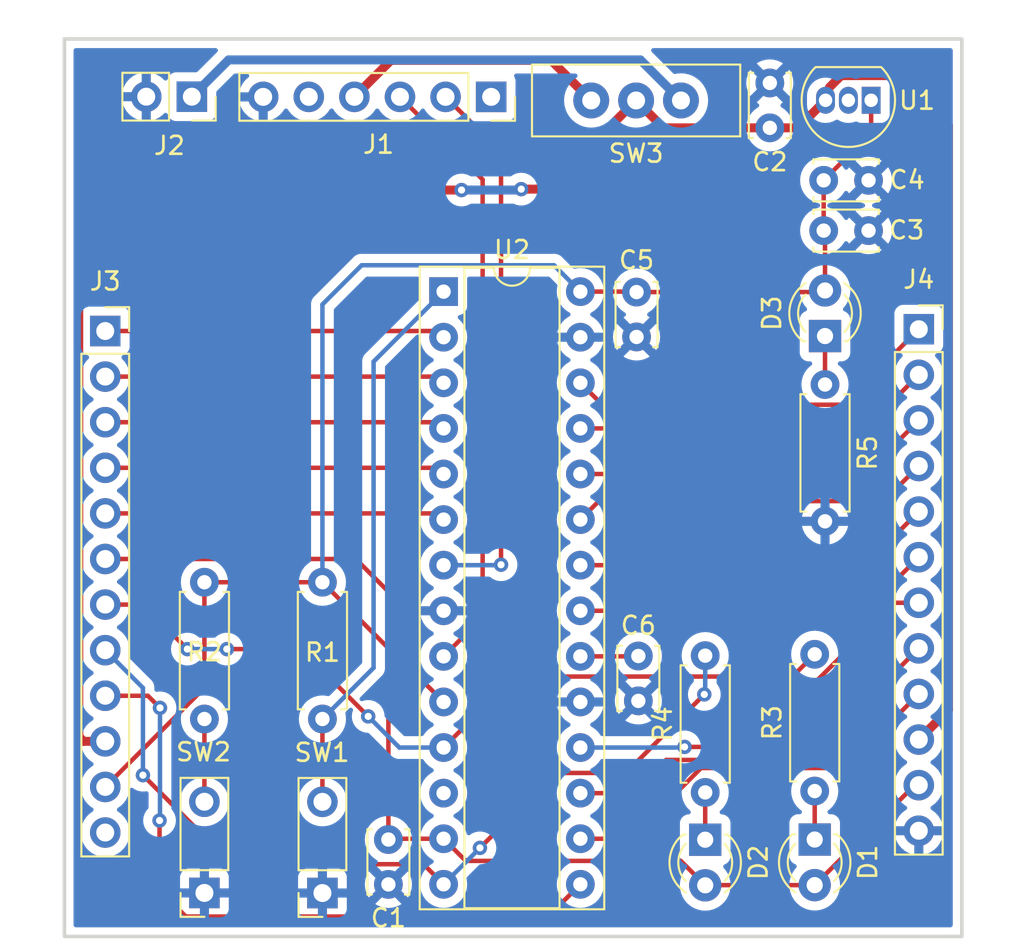
<source format=kicad_pcb>
(kicad_pcb (version 20211014) (generator pcbnew)
  (layers (0 "F.Cu" signal) (31 "B.Cu" signal) (34 "B.Paste" user) (35 "F.Paste" user) (36 "B.SilkS" user "B.Silkscreen") (37 "F.SilkS" user "F.Silkscreen") (38 "B.Mask" user) (39 "F.Mask" user) (44 "Edge.Cuts" user))
  (net 0 "")
  (net 1 "+3.3V")
  (net 2 "GND")
  (net 3 "Net-(C6-Pad1)")
  (net 4 "Net-(D1-Pad1)")
  (net 5 "Net-(D2-Pad1)")
  (net 6 "Net-(D3-Pad1)")
  (net 8 "U1TX")
  (net 9 "U1RX")
  (net 10 "+5V")
  (net 12 "Net-(J2-Pad1)")
  (net 13 "A0")
  (net 14 "A1")
  (net 15 "B0")
  (net 16 "B1")
  (net 17 "B2")
  (net 18 "A3")
  (net 19 "GREEN")
  (net 20 "YELLOW")
  (net 21 "B6")
  (net 22 "V_{IN}")
  (net 24 "B15")
  (net 25 "B14")
  (net 26 "B13")
  (net 27 "B12")
  (net 28 "B11")
  (net 29 "B10")
  (net 30 "B9")
  (net 31 "B8")
  (net 32 "B7")
  (net 33 "MCLR")
  (net 34 "USER")
  (footprint "ME_433:Resistor" (layer "F.Cu") (at 133.05 100.625 -90)
    (fp_text reference "R1" (at 3.91 0) (layer "F.SilkS"))
    (fp_text value "10k")
    (fp_line (start 7.08 -1.37) (end 7.08 -1.04) (layer "F.SilkS") (width 0.12))
    (fp_line (start 7.08 1.37) (end 7.08 1.04) (layer "F.SilkS") (width 0.12))
    (fp_line (start 0.54 1.04) (end 0.54 1.37) (layer "F.SilkS") (width 0.12))
    (fp_line (start 0.54 -1.04) (end 0.54 -1.37) (layer "F.SilkS") (width 0.12))
    (fp_line (start 0.54 1.37) (end 7.08 1.37) (layer "F.SilkS") (width 0.12))
    (fp_line (start 0.54 -1.37) (end 7.08 -1.37) (layer "F.SilkS") (width 0.12))
    (pad "1" thru_hole circle (at 0 0 270) (size 1.6 1.6) (drill 0.8) (layers *.Cu *.Mask) (net 1 "+3.3V"))
    (pad "2" thru_hole oval (at 7.62 0 270) (size 1.6 1.6) (drill 0.8) (layers *.Cu *.Mask) (net 33 "MCLR"))
  )
  (footprint "ME_433:Switch" (layer "F.Cu") (at 150.525 73.785)
    (fp_text reference "SW3" (at 0 2.95 unlocked) (layer "F.SilkS"))
    (fp_text value "Slide Switch")
    (fp_line (start 5.8 -2) (end 5.8 2) (layer "F.SilkS") (width 0.12))
    (fp_line (start -5.8 2) (end -5.8 -2) (layer "F.SilkS") (width 0.12))
    (fp_line (start -5.8 -2) (end 5.8 -2) (layer "F.SilkS") (width 0.12))
    (fp_line (start 5.8 2) (end -5.8 2) (layer "F.SilkS") (width 0.12))
    (pad "1" thru_hole circle (at -2.5 0) (size 2 2) (drill 1) (layers *.Cu *.Mask) (net 10 "+5V"))
    (pad "2" thru_hole circle (at 0 0) (size 2 2) (drill 1) (layers *.Cu *.Mask) (net 22 "V_{IN}"))
    (pad "3" thru_hole circle (at 2.5 0) (size 2 2) (drill 1) (layers *.Cu *.Mask) (net 12 "Net-(J2-Pad1)"))
  )
  (footprint "ME_433:Button" (layer "F.Cu") (at 133.05 117.94 180)
    (fp_text reference "SW1" (at 0.025 7.825) (layer "F.SilkS"))
    (fp_text value "Button")
    (fp_line (start 1.33 -1.33) (end 1.33 0) (layer "F.SilkS") (width 0.12))
    (fp_line (start -1.33 1.27) (end 1.33 1.27) (layer "F.SilkS") (width 0.12))
    (fp_line (start 0 -1.33) (end 1.33 -1.33) (layer "F.SilkS") (width 0.12))
    (fp_line (start 1.33 1.27) (end 1.33 6.41) (layer "F.SilkS") (width 0.12))
    (fp_line (start -1.33 1.27) (end -1.33 6.41) (layer "F.SilkS") (width 0.12))
    (fp_line (start -1.33 6.41) (end 1.33 6.41) (layer "F.SilkS") (width 0.12))
    (pad "1" thru_hole rect (at 0 0 180) (size 1.7 1.7) (drill 1) (layers *.Cu *.Mask) (net 2 "GND"))
    (pad "2" thru_hole oval (at 0 5.08 180) (size 1.7 1.7) (drill 1) (layers *.Cu *.Mask) (net 33 "MCLR"))
  )
  (footprint "ME_433:Resistor" (layer "F.Cu") (at 161.05 89.61 -90)
    (fp_text reference "R5" (at 3.81 -2.37 90) (layer "F.SilkS"))
    (fp_text value "330R")
    (fp_line (start 0.54 1.37) (end 7.08 1.37) (layer "F.SilkS") (width 0.12))
    (fp_line (start 0.54 -1.37) (end 7.08 -1.37) (layer "F.SilkS") (width 0.12))
    (fp_line (start 0.54 1.04) (end 0.54 1.37) (layer "F.SilkS") (width 0.12))
    (fp_line (start 7.08 1.37) (end 7.08 1.04) (layer "F.SilkS") (width 0.12))
    (fp_line (start 0.54 -1.04) (end 0.54 -1.37) (layer "F.SilkS") (width 0.12))
    (fp_line (start 7.08 -1.37) (end 7.08 -1.04) (layer "F.SilkS") (width 0.12))
    (pad "1" thru_hole circle (at 0 0 270) (size 1.6 1.6) (drill 0.8) (layers *.Cu *.Mask) (net 6 "Net-(D3-Pad1)"))
    (pad "2" thru_hole oval (at 7.62 0 270) (size 1.6 1.6) (drill 0.8) (layers *.Cu *.Mask) (net 2 "GND"))
  )
  (footprint "ME_433:Resistor" (layer "F.Cu") (at 126.475 100.625 -90)
    (fp_text reference "R2" (at 3.885 0 180) (layer "F.SilkS"))
    (fp_text value "10k")
    (fp_line (start 0.54 1.04) (end 0.54 1.37) (layer "F.SilkS") (width 0.12))
    (fp_line (start 7.08 -1.37) (end 7.08 -1.04) (layer "F.SilkS") (width 0.12))
    (fp_line (start 0.54 -1.04) (end 0.54 -1.37) (layer "F.SilkS") (width 0.12))
    (fp_line (start 0.54 -1.37) (end 7.08 -1.37) (layer "F.SilkS") (width 0.12))
    (fp_line (start 0.54 1.37) (end 7.08 1.37) (layer "F.SilkS") (width 0.12))
    (fp_line (start 7.08 1.37) (end 7.08 1.04) (layer "F.SilkS") (width 0.12))
    (pad "1" thru_hole circle (at 0 0 270) (size 1.6 1.6) (drill 0.8) (layers *.Cu *.Mask) (net 1 "+3.3V"))
    (pad "2" thru_hole oval (at 7.62 0 270) (size 1.6 1.6) (drill 0.8) (layers *.Cu *.Mask) (net 34 "USER"))
  )
  (footprint "ME_433:Side Header" (layer "F.Cu") (at 120.95 86.63)
    (fp_text reference "J3" (at 0 -2.77) (layer "F.SilkS"))
    (fp_text value "Header, 12 Pin")
    (fp_line (start -1.33 29.27) (end 1.33 29.27) (layer "F.SilkS") (width 0.12))
    (fp_line (start -1.33 1.27) (end -1.33 29.27) (layer "F.SilkS") (width 0.12))
    (fp_line (start 1.33 -1.33) (end 1.33 0) (layer "F.SilkS") (width 0.12))
    (fp_line (start 0 -1.33) (end 1.33 -1.33) (layer "F.SilkS") (width 0.12))
    (fp_line (start -1.33 1.27) (end 1.33 1.27) (layer "F.SilkS") (width 0.12))
    (fp_line (start 1.33 1.27) (end 1.33 29.27) (layer "F.SilkS") (width 0.12))
    (pad "1" thru_hole rect (at 0 0) (size 1.7 1.7) (drill 1) (layers *.Cu *.Mask) (net 13 "A0"))
    (pad "2" thru_hole oval (at 0 2.54) (size 1.7 1.7) (drill 1) (layers *.Cu *.Mask) (net 14 "A1"))
    (pad "3" thru_hole oval (at 0 5.08) (size 1.7 1.7) (drill 1) (layers *.Cu *.Mask) (net 15 "B0"))
    (pad "4" thru_hole oval (at 0 7.62) (size 1.7 1.7) (drill 1) (layers *.Cu *.Mask) (net 16 "B1"))
    (pad "5" thru_hole oval (at 0 10.16) (size 1.7 1.7) (drill 1) (layers *.Cu *.Mask) (net 17 "B2"))
    (pad "6" thru_hole oval (at 0 12.7) (size 1.7 1.7) (drill 1) (layers *.Cu *.Mask) (net 18 "A3"))
    (pad "7" thru_hole oval (at 0 15.24) (size 1.7 1.7) (drill 1) (layers *.Cu *.Mask) (net 19 "GREEN"))
    (pad "8" thru_hole oval (at 0 17.78) (size 1.7 1.7) (drill 1) (layers *.Cu *.Mask) (net 20 "YELLOW"))
    (pad "9" thru_hole oval (at 0 20.32) (size 1.7 1.7) (drill 1) (layers *.Cu *.Mask) (net 21 "B6"))
    (pad "10" thru_hole oval (at 0 22.86) (size 1.7 1.7) (drill 1) (layers *.Cu *.Mask) (net 22 "V_{IN}"))
    (pad "11" thru_hole oval (at 0 25.4) (size 1.7 1.7) (drill 1) (layers *.Cu *.Mask) (net 1 "+3.3V"))
    (pad "12" thru_hole oval (at 0 27.94) (size 1.7 1.7) (drill 1) (layers *.Cu *.Mask))
  )
  (footprint "ME_433:LED" (layer "F.Cu") (at 160.475 114.96 -90)
    (fp_text reference "D1" (at 1.27 -2.96 90) (layer "F.SilkS"))
    (fp_text value "LED Green")
    (fp_line (start -0.29 1.08) (end -0.29 1.236) (layer "F.SilkS") (width 0.12))
    (fp_line (start -0.29 -1.236) (end -0.29 -1.08) (layer "F.SilkS") (width 0.12))
    (fp_arc (start 2.31113 1.079837) (mid 1.270117 1.5) (end 0.229039 1.08) (layer "F.SilkS") (width 0.12))
    (fp_arc (start 2.942335 1.078608) (mid 1.366487 1.987659) (end -0.29 1.235516) (layer "F.SilkS") (width 0.12))
    (fp_arc (start 0.229039 -1.08) (mid 1.270117 -1.5) (end 2.31113 -1.079837) (layer "F.SilkS") (width 0.12))
    (fp_arc (start -0.29 -1.235516) (mid 1.366487 -1.987659) (end 2.942335 -1.078608) (layer "F.SilkS") (width 0.12))
    (pad "1" thru_hole rect (at 0 0 270) (size 1.8 1.8) (drill 0.9) (layers *.Cu *.Mask) (net 4 "Net-(D1-Pad1)"))
    (pad "2" thru_hole circle (at 2.54 0 270) (size 1.8 1.8) (drill 0.9) (layers *.Cu *.Mask) (net 1 "+3.3V"))
  )
  (footprint "ME_433:Button" (layer "F.Cu") (at 126.475 117.935 180)
    (fp_text reference "SW2" (at 0.05 7.85) (layer "F.SilkS"))
    (fp_text value "Button")
    (fp_line (start -1.33 6.41) (end 1.33 6.41) (layer "F.SilkS") (width 0.12))
    (fp_line (start 1.33 -1.33) (end 1.33 0) (layer "F.SilkS") (width 0.12))
    (fp_line (start -1.33 1.27) (end 1.33 1.27) (layer "F.SilkS") (width 0.12))
    (fp_line (start -1.33 1.27) (end -1.33 6.41) (layer "F.SilkS") (width 0.12))
    (fp_line (start 0 -1.33) (end 1.33 -1.33) (layer "F.SilkS") (width 0.12))
    (fp_line (start 1.33 1.27) (end 1.33 6.41) (layer "F.SilkS") (width 0.12))
    (pad "1" thru_hole rect (at 0 0 180) (size 1.7 1.7) (drill 1) (layers *.Cu *.Mask) (net 2 "GND"))
    (pad "2" thru_hole oval (at 0 5.08 180) (size 1.7 1.7) (drill 1) (layers *.Cu *.Mask) (net 34 "USER"))
  )
  (footprint "ME_433:Battery Connector" (layer "F.Cu") (at 125.775 73.575 -90)
    (fp_text reference "J2" (at 2.725 1.25) (layer "F.SilkS"))
    (fp_text value "Header, 2 Pin")
    (fp_line (start -1.33 1.27) (end 1.33 1.27) (layer "F.SilkS") (width 0.12))
    (fp_line (start 1.33 -1.33) (end 1.33 0) (layer "F.SilkS") (width 0.12))
    (fp_line (start -1.33 3.87) (end 1.33 3.87) (layer "F.SilkS") (width 0.12))
    (fp_line (start 0 -1.33) (end 1.33 -1.33) (layer "F.SilkS") (width 0.12))
    (fp_line (start -1.33 1.27) (end -1.33 3.87) (layer "F.SilkS") (width 0.12))
    (fp_line (start 1.33 1.27) (end 1.33 3.87) (layer "F.SilkS") (width 0.12))
    (pad "1" thru_hole rect (at 0 0 270) (size 1.7 1.7) (drill 1) (layers *.Cu *.Mask) (net 12 "Net-(J2-Pad1)"))
    (pad "2" thru_hole oval (at 0 2.54 270) (size 1.7 1.7) (drill 1) (layers *.Cu *.Mask) (net 2 "GND"))
  )
  (footprint "ME_433:Capacitor" (layer "F.Cu") (at 150.55 84.46 -90)
    (fp_text reference "C5" (at -1.775 0 180) (layer "F.SilkS"))
    (fp_text value "0.1uF")
    (fp_line (start -0.57 -1.17) (end -0.57 -0.925) (layer "F.SilkS") (width 0.12))
    (fp_line (start 3.07 -1.17) (end 3.07 -0.925) (layer "F.SilkS") (width 0.12))
    (fp_line (start -0.57 1.17) (end 3.07 1.17) (layer "F.SilkS") (width 0.12))
    (fp_line (start -0.57 -1.17) (end 3.07 -1.17) (layer "F.SilkS") (width 0.12))
    (fp_line (start -0.57 0.925) (end -0.57 1.17) (layer "F.SilkS") (width 0.12))
    (fp_line (start 3.07 0.925) (end 3.07 1.17) (layer "F.SilkS") (width 0.12))
    (pad "1" thru_hole circle (at 0 0 270) (size 1.6 1.6) (drill 0.8) (layers *.Cu *.Mask) (net 1 "+3.3V"))
    (pad "2" thru_hole circle (at 2.5 0 270) (size 1.6 1.6) (drill 0.8) (layers *.Cu *.Mask) (net 2 "GND"))
  )
  (footprint "ME_433:Resistor" (layer "F.Cu") (at 154.375 112.335 90)
    (fp_text reference "R4" (at 3.81 -2.37 90) (layer "F.SilkS"))
    (fp_text value "330R")
    (fp_line (start 0.54 -1.04) (end 0.54 -1.37) (layer "F.SilkS") (width 0.12))
    (fp_line (start 7.08 -1.37) (end 7.08 -1.04) (layer "F.SilkS") (width 0.12))
    (fp_line (start 0.54 1.37) (end 7.08 1.37) (layer "F.SilkS") (width 0.12))
    (fp_line (start 7.08 1.37) (end 7.08 1.04) (layer "F.SilkS") (width 0.12))
    (fp_line (start 0.54 1.04) (end 0.54 1.37) (layer "F.SilkS") (width 0.12))
    (fp_line (start 0.54 -1.37) (end 7.08 -1.37) (layer "F.SilkS") (width 0.12))
    (pad "1" thru_hole circle (at 0 0 90) (size 1.6 1.6) (drill 0.8) (layers *.Cu *.Mask) (net 5 "Net-(D2-Pad1)"))
    (pad "2" thru_hole oval (at 7.62 0 90) (size 1.6 1.6) (drill 0.8) (layers *.Cu *.Mask) (net 20 "YELLOW"))
  )
  (footprint "ME_433:AP7381" (layer "F.Cu") (at 163.62 73.775 180)
    (fp_text reference "U1" (at -2.555 -0.01) (layer "F.SilkS"))
    (fp_text value "AP7381")
    (fp_line (start -0.53 1.85) (end 3.07 1.85) (layer "F.SilkS") (width 0.12))
    (fp_arc (start -0.568478 1.838478) (mid -1.132087 -0.994977) (end 1.27 -2.6) (layer "F.SilkS") (width 0.12))
    (fp_arc (start 1.27 -2.6) (mid 3.672087 -0.994977) (end 3.108478 1.838478) (layer "F.SilkS") (width 0.12))
    (pad "1" thru_hole rect (at 0 0 180) (size 1.05 1.5) (drill 0.75) (layers *.Cu *.Mask) (net 1 "+3.3V"))
    (pad "2" thru_hole oval (at 1.27 0 180) (size 1.05 1.5) (drill 0.75) (layers *.Cu *.Mask))
    (pad "3" thru_hole oval (at 2.54 0 180) (size 1.05 1.5) (drill 0.75) (layers *.Cu *.Mask) (net 22 "V_{IN}"))
  )
  (footprint "ME_433:Capacitor" (layer "F.Cu") (at 157.975 75.31 90)
    (fp_text reference "C2" (at -1.9 0 180) (layer "F.SilkS"))
    (fp_text value "1uF")
    (fp_line (start -0.57 -1.17) (end -0.57 -0.925) (layer "F.SilkS") (width 0.12))
    (fp_line (start -0.57 1.17) (end 3.07 1.17) (layer "F.SilkS") (width 0.12))
    (fp_line (start 3.07 -1.17) (end 3.07 -0.925) (layer "F.SilkS") (width 0.12))
    (fp_line (start -0.57 0.925) (end -0.57 1.17) (layer "F.SilkS") (width 0.12))
    (fp_line (start 3.07 0.925) (end 3.07 1.17) (layer "F.SilkS") (width 0.12))
    (fp_line (start -0.57 -1.17) (end 3.07 -1.17) (layer "F.SilkS") (width 0.12))
    (pad "1" thru_hole circle (at 0 0 90) (size 1.6 1.6) (drill 0.8) (layers *.Cu *.Mask) (net 22 "V_{IN}"))
    (pad "2" thru_hole circle (at 2.5 0 90) (size 1.6 1.6) (drill 0.8) (layers *.Cu *.Mask) (net 2 "GND"))
  )
  (footprint "ME_433:Capacitor" (layer "F.Cu") (at 150.65 104.735 -90)
    (fp_text reference "C6" (at -1.7 0 180) (layer "F.SilkS"))
    (fp_text value "1uF")
    (fp_line (start -0.57 1.17) (end 3.07 1.17) (layer "F.SilkS") (width 0.12))
    (fp_line (start -0.57 -1.17) (end -0.57 -0.925) (layer "F.SilkS") (width 0.12))
    (fp_line (start 3.07 -1.17) (end 3.07 -0.925) (layer "F.SilkS") (width 0.12))
    (fp_line (start 3.07 0.925) (end 3.07 1.17) (layer "F.SilkS") (width 0.12))
    (fp_line (start -0.57 0.925) (end -0.57 1.17) (layer "F.SilkS") (width 0.12))
    (fp_line (start -0.57 -1.17) (end 3.07 -1.17) (layer "F.SilkS") (width 0.12))
    (pad "1" thru_hole circle (at 0 0 270) (size 1.6 1.6) (drill 0.8) (layers *.Cu *.Mask) (net 3 "Net-(C6-Pad1)"))
    (pad "2" thru_hole circle (at 2.5 0 270) (size 1.6 1.6) (drill 0.8) (layers *.Cu *.Mask) (net 2 "GND"))
  )
  (footprint "ME_433:PIC Socket" (layer "F.Cu") (at 139.8 84.435)
    (fp_text reference "U2" (at 3.81 -2.33) (layer "F.SilkS"))
    (fp_text value "PIC32MX170F256B")
    (fp_line (start -1.33 34.41) (end 8.95 34.41) (layer "F.SilkS") (width 0.12))
    (fp_line (start -1.33 -1.39) (end -1.33 34.41) (layer "F.SilkS") (width 0.12))
    (fp_line (start 1.16 34.35) (end 6.46 34.35) (layer "F.SilkS") (width 0.12))
    (fp_line (start 8.95 34.41) (end 8.95 -1.39) (layer "F.SilkS") (width 0.12))
    (fp_line (start 8.95 -1.39) (end -1.33 -1.39) (layer "F.SilkS") (width 0.12))
    (fp_line (start 1.16 -1.33) (end 1.16 34.35) (layer "F.SilkS") (width 0.12))
    (fp_line (start 6.46 -1.33) (end 4.81 -1.33) (layer "F.SilkS") (width 0.12))
    (fp_line (start 2.81 -1.33) (end 1.16 -1.33) (layer "F.SilkS") (width 0.12))
    (fp_line (start 6.46 34.35) (end 6.46 -1.33) (layer "F.SilkS") (width 0.12))
    (fp_arc (start 4.81 -1.33) (mid 3.81 -0.33) (end 2.81 -1.33) (layer "F.SilkS") (width 0.12))
    (pad "1" thru_hole rect (at 0 0) (size 1.6 1.6) (drill 0.8) (layers *.Cu *.Mask) (net 33 "MCLR"))
    (pad "2" thru_hole oval (at 0 2.54) (size 1.6 1.6) (drill 0.8) (layers *.Cu *.Mask) (net 13 "A0"))
    (pad "3" thru_hole oval (at 0 5.08) (size 1.6 1.6) (drill 0.8) (layers *.Cu *.Mask) (net 14 "A1"))
    (pad "4" thru_hole oval (at 0 7.62) (size 1.6 1.6) (drill 0.8) (layers *.Cu *.Mask) (net 15 "B0"))
    (pad "5" thru_hole oval (at 0 10.16) (size 1.6 1.6) (drill 0.8) (layers *.Cu *.Mask) (net 16 "B1"))
    (pad "6" thru_hole oval (at 0 12.7) (size 1.6 1.6) (drill 0.8) (layers *.Cu *.Mask) (net 17 "B2"))
    (pad "7" thru_hole oval (at 0 15.24) (size 1.6 1.6) (drill 0.8) (layers *.Cu *.Mask) (net 8 "U1TX"))
    (pad "8" thru_hole oval (at 0 17.78) (size 1.6 1.6) (drill 0.8) (layers *.Cu *.Mask) (net 2 "GND"))
    (pad "9" thru_hole oval (at 0 20.32) (size 1.6 1.6) (drill 0.8) (layers *.Cu *.Mask) (net 9 "U1RX"))
    (pad "10" thru_hole oval (at 0 22.86) (size 1.6 1.6) (drill 0.8) (layers *.Cu *.Mask) (net 18 "A3"))
    (pad "11" thru_hole oval (at 0 25.4) (size 1.6 1.6) (drill 0.8) (layers *.Cu *.Mask) (net 19 "GREEN"))
    (pad "12" thru_hole oval (at 0 27.94) (size 1.6 1.6) (drill 0.8) (layers *.Cu *.Mask))
    (pad "13" thru_hole oval (at 0 30.48) (size 1.6 1.6) (drill 0.8) (layers *.Cu *.Mask) (net 1 "+3.3V"))
    (pad "14" thru_hole oval (at 0 33.02) (size 1.6 1.6) (drill 0.8) (layers *.Cu *.Mask) (net 20 "YELLOW"))
    (pad "15" thru_hole oval (at 7.62 33.02) (size 1.6 1.6) (drill 0.8) (layers *.Cu *.Mask) (net 21 "B6"))
    (pad "16" thru_hole oval (at 7.62 30.48) (size 1.6 1.6) (drill 0.8) (layers *.Cu *.Mask) (net 32 "B7"))
    (pad "17" thru_hole oval (at 7.62 27.94) (size 1.6 1.6) (drill 0.8) (layers *.Cu *.Mask) (net 31 "B8"))
    (pad "18" thru_hole oval (at 7.62 25.4) (size 1.6 1.6) (drill 0.8) (layers *.Cu *.Mask) (net 30 "B9"))
    (pad "19" thru_hole oval (at 7.62 22.86) (size 1.6 1.6) (drill 0.8) (layers *.Cu *.Mask) (net 2 "GND"))
    (pad "20" thru_hole oval (at 7.62 20.32) (size 1.6 1.6) (drill 0.8) (layers *.Cu *.Mask) (net 3 "Net-(C6-Pad1)"))
    (pad "21" thru_hole oval (at 7.62 17.78) (size 1.6 1.6) (drill 0.8) (layers *.Cu *.Mask) (net 29 "B10"))
    (pad "22" thru_hole oval (at 7.62 15.24) (size 1.6 1.6) (drill 0.8) (layers *.Cu *.Mask) (net 28 "B11"))
    (pad "23" thru_hole oval (at 7.62 12.7) (size 1.6 1.6) (drill 0.8) (layers *.Cu *.Mask) (net 27 "B12"))
    (pad "24" thru_hole oval (at 7.62 10.16) (size 1.6 1.6) (drill 0.8) (layers *.Cu *.Mask) (net 26 "B13"))
    (pad "25" thru_hole oval (at 7.62 7.62) (size 1.6 1.6) (drill 0.8) (layers *.Cu *.Mask) (net 25 "B14"))
    (pad "26" thru_hole oval (at 7.62 5.08) (size 1.6 1.6) (drill 0.8) (layers *.Cu *.Mask) (net 24 "B15"))
    (pad "27" thru_hole oval (at 7.62 2.54) (size 1.6 1.6) (drill 0.8) (layers *.Cu *.Mask) (net 2 "GND"))
    (pad "28" thru_hole oval (at 7.62 0) (size 1.6 1.6) (drill 0.8) (layers *.Cu *.Mask) (net 1 "+3.3V"))
  )
  (footprint "ME_433:Capacitor" (layer "F.Cu") (at 160.975 78.235)
    (fp_text reference "C4" (at 4.65 -0.025) (layer "F.SilkS"))
    (fp_text value "1uF")
    (fp_line (start -0.57 -1.17) (end 3.07 -1.17) (layer "F.SilkS") (width 0.12))
    (fp_line (start -0.57 1.17) (end 3.07 1.17) (layer "F.SilkS") (width 0.12))
    (fp_line (start 3.07 -1.17) (end 3.07 -0.925) (layer "F.SilkS") (width 0.12))
    (fp_line (start 3.07 0.925) (end 3.07 1.17) (layer "F.SilkS") (width 0.12))
    (fp_line (start -0.57 0.925) (end -0.57 1.17) (layer "F.SilkS") (width 0.12))
    (fp_line (start -0.57 -1.17) (end -0.57 -0.925) (layer "F.SilkS") (width 0.12))
    (pad "1" thru_hole circle (at 0 0) (size 1.6 1.6) (drill 0.8) (layers *.Cu *.Mask) (net 1 "+3.3V"))
    (pad "2" thru_hole circle (at 2.5 0) (size 1.6 1.6) (drill 0.8) (layers *.Cu *.Mask) (net 2 "GND"))
  )
  (footprint "ME_433:CP2102 Header" (layer "F.Cu") (at 142.45 73.585 -90)
    (fp_text reference "J1" (at 2.65 6.275 180) (layer "F.SilkS"))
    (fp_text value "Header, 6 Pin")
    (fp_line (start -1.33 1.27) (end 1.33 1.27) (layer "F.SilkS") (width 0.12))
    (fp_line (start 0 -1.33) (end 1.33 -1.33) (layer "F.SilkS") (width 0.12))
    (fp_line (start 1.33 -1.33) (end 1.33 0) (layer "F.SilkS") (width 0.12))
    (fp_line (start -1.33 1.27) (end -1.33 14.03) (layer "F.SilkS") (width 0.12))
    (fp_line (start 1.33 1.27) (end 1.33 14.03) (layer "F.SilkS") (width 0.12))
    (fp_line (start -1.33 14.03) (end 1.33 14.03) (layer "F.SilkS") (width 0.12))
    (pad "1" thru_hole rect (at 0 0 270) (size 1.7 1.7) (drill 1) (layers *.Cu *.Mask))
    (pad "2" thru_hole oval (at 0 2.54 270) (size 1.7 1.7) (drill 1) (layers *.Cu *.Mask) (net 8 "U1TX"))
    (pad "3" thru_hole oval (at 0 5.08 270) (size 1.7 1.7) (drill 1) (layers *.Cu *.Mask) (net 9 "U1RX"))
    (pad "4" thru_hole oval (at 0 7.62 270) (size 1.7 1.7) (drill 1) (layers *.Cu *.Mask) (net 10 "+5V"))
    (pad "5" thru_hole oval (at 0 10.16 270) (size 1.7 1.7) (drill 1) (layers *.Cu *.Mask))
    (pad "6" thru_hole oval (at 0 12.7 270) (size 1.7 1.7) (drill 1) (layers *.Cu *.Mask) (net 2 "GND"))
  )
  (footprint "ME_433:Resistor" (layer "F.Cu") (at 160.475 112.26 90)
    (fp_text reference "R3" (at 3.81 -2.37 90) (layer "F.SilkS"))
    (fp_text value "330R")
    (fp_line (start 7.08 1.37) (end 7.08 1.04) (layer "F.SilkS") (width 0.12))
    (fp_line (start 0.54 1.04) (end 0.54 1.37) (layer "F.SilkS") (width 0.12))
    (fp_line (start 0.54 -1.37) (end 7.08 -1.37) (layer "F.SilkS") (width 0.12))
    (fp_line (start 7.08 -1.37) (end 7.08 -1.04) (layer "F.SilkS") (width 0.12))
    (fp_line (start 0.54 1.37) (end 7.08 1.37) (layer "F.SilkS") (width 0.12))
    (fp_line (start 0.54 -1.04) (end 0.54 -1.37) (layer "F.SilkS") (width 0.12))
    (pad "1" thru_hole circle (at 0 0 90) (size 1.6 1.6) (drill 0.8) (layers *.Cu *.Mask) (net 4 "Net-(D1-Pad1)"))
    (pad "2" thru_hole oval (at 7.62 0 90) (size 1.6 1.6) (drill 0.8) (layers *.Cu *.Mask) (net 19 "GREEN"))
  )
  (footprint "ME_433:Capacitor" (layer "F.Cu") (at 160.975 81.035)
    (fp_text reference "C3" (at 4.625 -0.025 180) (layer "F.SilkS"))
    (fp_text value "1uF")
    (fp_line (start 3.07 0.925) (end 3.07 1.17) (layer "F.SilkS") (width 0.12))
    (fp_line (start -0.57 -1.17) (end 3.07 -1.17) (layer "F.SilkS") (width 0.12))
    (fp_line (start -0.57 1.17) (end 3.07 1.17) (layer "F.SilkS") (width 0.12))
    (fp_line (start 3.07 -1.17) (end 3.07 -0.925) (layer "F.SilkS") (width 0.12))
    (fp_line (start -0.57 -1.17) (end -0.57 -0.925) (layer "F.SilkS") (width 0.12))
    (fp_line (start -0.57 0.925) (end -0.57 1.17) (layer "F.SilkS") (width 0.12))
    (pad "1" thru_hole circle (at 0 0) (size 1.6 1.6) (drill 0.8) (layers *.Cu *.Mask) (net 1 "+3.3V"))
    (pad "2" thru_hole circle (at 2.5 0) (size 1.6 1.6) (drill 0.8) (layers *.Cu *.Mask) (net 2 "GND"))
  )
  (footprint "ME_433:LED" (layer "F.Cu") (at 154.375 114.97 -90)
    (fp_text reference "D2" (at 1.27 -2.96 90) (layer "F.SilkS"))
    (fp_text value "LED Yellow")
    (fp_line (start -0.29 1.08) (end -0.29 1.236) (layer "F.SilkS") (width 0.12))
    (fp_line (start -0.29 -1.236) (end -0.29 -1.08) (layer "F.SilkS") (width 0.12))
    (fp_arc (start 0.229039 -1.08) (mid 1.270117 -1.5) (end 2.31113 -1.079837) (layer "F.SilkS") (width 0.12))
    (fp_arc (start 2.31113 1.079837) (mid 1.270117 1.5) (end 0.229039 1.08) (layer "F.SilkS") (width 0.12))
    (fp_arc (start -0.29 -1.235516) (mid 1.366487 -1.987659) (end 2.942335 -1.078608) (layer "F.SilkS") (width 0.12))
    (fp_arc (start 2.942335 1.078608) (mid 1.366487 1.987659) (end -0.29 1.235516) (layer "F.SilkS") (width 0.12))
    (pad "1" thru_hole rect (at 0 0 270) (size 1.8 1.8) (drill 0.9) (layers *.Cu *.Mask) (net 5 "Net-(D2-Pad1)"))
    (pad "2" thru_hole circle (at 2.54 0 270) (size 1.8 1.8) (drill 0.9) (layers *.Cu *.Mask) (net 1 "+3.3V"))
  )
  (footprint "ME_433:LED" (layer "F.Cu") (at 161.05 86.91 90)
    (fp_text reference "D3" (at 1.27 -2.96 90) (layer "F.SilkS"))
    (fp_text value "LED Red")
    (fp_line (start -0.29 1.08) (end -0.29 1.236) (layer "F.SilkS") (width 0.12))
    (fp_line (start -0.29 -1.236) (end -0.29 -1.08) (layer "F.SilkS") (width 0.12))
    (fp_arc (start 2.31113 1.079837) (mid 1.270117 1.5) (end 0.229039 1.08) (layer "F.SilkS") (width 0.12))
    (fp_arc (start -0.29 -1.235516) (mid 1.366487 -1.987659) (end 2.942335 -1.078608) (layer "F.SilkS") (width 0.12))
    (fp_arc (start 2.942335 1.078608) (mid 1.366487 1.987659) (end -0.29 1.235516) (layer "F.SilkS") (width 0.12))
    (fp_arc (start 0.229039 -1.08) (mid 1.270117 -1.5) (end 2.31113 -1.079837) (layer "F.SilkS") (width 0.12))
    (pad "1" thru_hole rect (at 0 0 90) (size 1.8 1.8) (drill 0.9) (layers *.Cu *.Mask) (net 6 "Net-(D3-Pad1)"))
    (pad "2" thru_hole circle (at 2.54 0 90) (size 1.8 1.8) (drill 0.9) (layers *.Cu *.Mask) (net 1 "+3.3V"))
  )
  (footprint "ME_433:Capacitor" (layer "F.Cu") (at 136.725 114.96 -90)
    (fp_text reference "C1" (at 4.375 0 180) (layer "F.SilkS"))
    (fp_text value "0.1uF")
    (fp_line (start -0.57 -1.17) (end 3.07 -1.17) (layer "F.SilkS") (width 0.12))
    (fp_line (start -0.57 0.925) (end -0.57 1.17) (layer "F.SilkS") (width 0.12))
    (fp_line (start 3.07 0.925) (end 3.07 1.17) (layer "F.SilkS") (width 0.12))
    (fp_line (start -0.57 -1.17) (end -0.57 -0.925) (layer "F.SilkS") (width 0.12))
    (fp_line (start 3.07 -1.17) (end 3.07 -0.925) (layer "F.SilkS") (width 0.12))
    (fp_line (start -0.57 1.17) (end 3.07 1.17) (layer "F.SilkS") (width 0.12))
    (pad "1" thru_hole circle (at 0 0 270) (size 1.6 1.6) (drill 0.8) (layers *.Cu *.Mask) (net 1 "+3.3V"))
    (pad "2" thru_hole circle (at 2.5 0 270) (size 1.6 1.6) (drill 0.8) (layers *.Cu *.Mask) (net 2 "GND"))
  )
  (footprint "ME_433:Side Header" (layer "F.Cu") (at 166.275 86.53)
    (fp_text reference "J4" (at 0 -2.77) (layer "F.SilkS"))
    (fp_text value "Header, 12 Pin")
    (fp_line (start -1.33 1.27) (end 1.33 1.27) (layer "F.SilkS") (width 0.12))
    (fp_line (start -1.33 1.27) (end -1.33 29.27) (layer "F.SilkS") (width 0.12))
    (fp_line (start 1.33 1.27) (end 1.33 29.27) (layer "F.SilkS") (width 0.12))
    (fp_line (start 1.33 -1.33) (end 1.33 0) (layer "F.SilkS") (width 0.12))
    (fp_line (start -1.33 29.27) (end 1.33 29.27) (layer "F.SilkS") (width 0.12))
    (fp_line (start 0 -1.33) (end 1.33 -1.33) (layer "F.SilkS") (width 0.12))
    (pad "1" thru_hole rect (at 0 0) (size 1.7 1.7) (drill 1) (layers *.Cu *.Mask) (net 24 "B15"))
    (pad "2" thru_hole oval (at 0 2.54) (size 1.7 1.7) (drill 1) (layers *.Cu *.Mask) (net 25 "B14"))
    (pad "3" thru_hole oval (at 0 5.08) (size 1.7 1.7) (drill 1) (layers *.Cu *.Mask) (net 26 "B13"))
    (pad "4" thru_hole oval (at 0 7.62) (size 1.7 1.7) (drill 1) (layers *.Cu *.Mask) (net 27 "B12"))
    (pad "5" thru_hole oval (at 0 10.16) (size 1.7 1.7) (drill 1) (layers *.Cu *.Mask) (net 28 "B11"))
    (pad "6" thru_hole oval (at 0 12.7) (size 1.7 1.7) (drill 1) (layers *.Cu *.Mask) (net 29 "B10"))
    (pad "7" thru_hole oval (at 0 15.24) (size 1.7 1.7) (drill 1) (layers *.Cu *.Mask) (net 30 "B9"))
    (pad "8" thru_hole oval (at 0 17.78) (size 1.7 1.7) (drill 1) (layers *.Cu *.Mask) (net 31 "B8"))
    (pad "9" thru_hole oval (at 0 20.32) (size 1.7 1.7) (drill 1) (layers *.Cu *.Mask) (net 32 "B7"))
    (pad "10" thru_hole oval (at 0 22.86) (size 1.7 1.7) (drill 1) (layers *.Cu *.Mask) (net 22 "V_{IN}"))
    (pad "11" thru_hole oval (at 0 25.4) (size 1.7 1.7) (drill 1) (layers *.Cu *.Mask) (net 1 "+3.3V"))
    (pad "12" thru_hole oval (at 0 27.94) (size 1.7 1.7) (drill 1) (layers *.Cu *.Mask) (net 2 "GND"))
  )
  (gr_rect (start 118.675 70.36) (end 168.675 120.36) (layer "Edge.Cuts") (width 0.2) (fill none))
  (segment (start 150.525 84.435) (end 150.55 84.46) (width 0.25) (layer "F.Cu") (net 1))
  (segment (start 141.035 116.15) (end 139.8 114.915) (width 0.25) (layer "F.Cu") (net 1))
  (segment (start 154.385 117.5) (end 154.375 117.51) (width 0.25) (layer "F.Cu") (net 1))
  (segment (start 160.96 84.46) (end 161.05 84.37) (width 0.25) (layer "F.Cu") (net 1))
  (segment (start 133.05 100.625) (end 126.475 100.625) (width 0.25) (layer "F.Cu") (net 1))
  (segment (start 153.015 116.15) (end 141.035 116.15) (width 0.25) (layer "F.Cu") (net 1))
  (segment (start 136.725 114.96) (end 136.725 104.3) (width 0.25) (layer "F.Cu") (net 1))
  (segment (start 161.05 84.37) (end 161.05 81.11) (width 0.25) (layer "F.Cu") (net 1))
  (segment (start 136.77 114.915) (end 136.725 114.96) (width 0.25) (layer "F.Cu") (net 1))
  (segment (start 120.95 112.03) (end 126.475 106.505) (width 0.25) (layer "F.Cu") (net 1))
  (segment (start 139.8 114.915) (end 136.77 114.915) (width 0.25) (layer "F.Cu") (net 1))
  (segment (start 161.05 81.11) (end 160.975 81.035) (width 0.25) (layer "F.Cu") (net 1))
  (segment (start 136.725 104.3) (end 133.05 100.625) (width 0.25) (layer "F.Cu") (net 1))
  (segment (start 160.975 81.035) (end 160.975 78.235) (width 0.25) (layer "F.Cu") (net 1))
  (segment (start 147.42 84.435) (end 150.525 84.435) (width 0.25) (layer "F.Cu") (net 1))
  (segment (start 126.475 106.505) (end 126.475 100.625) (width 0.25) (layer "F.Cu") (net 1))
  (segment (start 150.55 84.46) (end 160.96 84.46) (width 0.25) (layer "F.Cu") (net 1))
  (segment (start 160.975 78.235) (end 163.62 75.59) (width 0.25) (layer "F.Cu") (net 1))
  (segment (start 166.045 111.93) (end 166.275 111.93) (width 0.25) (layer "F.Cu") (net 1))
  (segment (start 160.475 117.5) (end 166.045 111.93) (width 0.25) (layer "F.Cu") (net 1))
  (segment (start 163.62 75.59) (end 163.62 73.775) (width 0.25) (layer "F.Cu") (net 1))
  (segment (start 154.375 117.51) (end 153.015 116.15) (width 0.25) (layer "F.Cu") (net 1))
  (segment (start 160.475 117.5) (end 154.385 117.5) (width 0.25) (layer "F.Cu") (net 1))
  (segment (start 145.95 82.965) (end 147.42 84.435) (width 0.25) (layer "B.Cu") (net 1))
  (segment (start 135.235 82.965) (end 145.95 82.965) (width 0.25) (layer "B.Cu") (net 1))
  (segment (start 133.05 100.625) (end 133.05 85.15) (width 0.25) (layer "B.Cu") (net 1))
  (segment (start 133.05 85.15) (end 135.235 82.965) (width 0.25) (layer "B.Cu") (net 1))
  (segment (start 150.63 104.755) (end 150.65 104.735) (width 0.25) (layer "F.Cu") (net 3))
  (segment (start 147.42 104.755) (end 150.63 104.755) (width 0.25) (layer "F.Cu") (net 3))
  (segment (start 160.475 112.26) (end 160.475 114.96) (width 0.25) (layer "F.Cu") (net 4))
  (segment (start 154.375 112.335) (end 154.375 114.97) (width 0.25) (layer "F.Cu") (net 5))
  (segment (start 161.05 86.91) (end 161.05 89.61) (width 0.25) (layer "F.Cu") (net 6))
  (segment (start 143 76.675) (end 143 99.65) (width 0.25) (layer "F.Cu") (net 8))
  (segment (start 139.91 73.585) (end 143 76.675) (width 0.25) (layer "F.Cu") (net 8))
  (via (at 143 99.65) (size 0.8) (drill 0.4) (layers "F.Cu" "B.Cu") (net 8))
  (segment (start 143 99.65) (end 142.975 99.675) (width 0.25) (layer "B.Cu") (net 8))
  (segment (start 142.975 99.675) (end 139.8 99.675) (width 0.25) (layer "B.Cu") (net 8))
  (segment (start 141.975 102.58) (end 139.8 104.755) (width 0.25) (layer "F.Cu") (net 9))
  (segment (start 141.975 78.19) (end 141.975 102.58) (width 0.25) (layer "F.Cu") (net 9))
  (segment (start 137.37 73.585) (end 141.975 78.19) (width 0.25) (layer "F.Cu") (net 9))
  (segment (start 134.83 73.585) (end 136.865 71.55) (width 0.5) (layer "F.Cu") (net 10))
  (segment (start 145.79 71.55) (end 148.025 73.785) (width 0.5) (layer "F.Cu") (net 10))
  (segment (start 136.865 71.55) (end 145.79 71.55) (width 0.5) (layer "F.Cu") (net 10))
  (segment (start 125.775 73.575) (end 127.825 71.525) (width 0.5) (layer "B.Cu") (net 12))
  (segment (start 127.825 71.525) (end 150.765 71.525) (width 0.5) (layer "B.Cu") (net 12))
  (segment (start 150.765 71.525) (end 153.025 73.785) (width 0.5) (layer "B.Cu") (net 12))
  (segment (start 120.95 86.63) (end 139.455 86.63) (width 0.25) (layer "F.Cu") (net 13))
  (segment (start 139.455 86.63) (end 139.8 86.975) (width 0.25) (layer "F.Cu") (net 13))
  (segment (start 120.95 89.17) (end 139.455 89.17) (width 0.25) (layer "F.Cu") (net 14))
  (segment (start 139.455 89.17) (end 139.8 89.515) (width 0.25) (layer "F.Cu") (net 14))
  (segment (start 120.95 91.71) (end 139.455 91.71) (width 0.25) (layer "F.Cu") (net 15))
  (segment (start 139.455 91.71) (end 139.8 92.055) (width 0.25) (layer "F.Cu") (net 15))
  (segment (start 139.455 94.25) (end 139.8 94.595) (width 0.25) (layer "F.Cu") (net 16))
  (segment (start 120.95 94.25) (end 139.455 94.25) (width 0.25) (layer "F.Cu") (net 16))
  (segment (start 139.455 96.79) (end 139.8 97.135) (width 0.25) (layer "F.Cu") (net 17))
  (segment (start 120.95 96.79) (end 139.455 96.79) (width 0.25) (layer "F.Cu") (net 17))
  (segment (start 120.95 99.33) (end 134.905 99.33) (width 0.25) (layer "F.Cu") (net 18))
  (segment (start 134.905 99.33) (end 137.9 102.325) (width 0.25) (layer "F.Cu") (net 18))
  (segment (start 137.9 102.325) (end 137.9 105.395) (width 0.25) (layer "F.Cu") (net 18))
  (segment (start 137.9 105.395) (end 139.8 107.295) (width 0.25) (layer "F.Cu") (net 18))
  (segment (start 127.725 104.35) (end 131.85 104.35) (width 0.25) (layer "F.Cu") (net 19))
  (segment (start 131.85 104.35) (end 135.6 108.1) (width 0.25) (layer "F.Cu") (net 19))
  (segment (start 123.045 101.87) (end 125.525 104.35) (width 0.25) (layer "F.Cu") (net 19))
  (segment (start 160.475 104.64) (end 159.235 105.88) (width 0.25) (layer "F.Cu") (net 19))
  (segment (start 120.95 101.87) (end 123.045 101.87) (width 0.25) (layer "F.Cu") (net 19))
  (segment (start 159.235 105.88) (end 143.755 105.88) (width 0.25) (layer "F.Cu") (net 19))
  (segment (start 143.755 105.88) (end 139.8 109.835) (width 0.25) (layer "F.Cu") (net 19))
  (via (at 135.6 108.1) (size 0.8) (drill 0.4) (layers "F.Cu" "B.Cu") (net 19))
  (via (at 127.725 104.35) (size 0.8) (drill 0.4) (layers "F.Cu" "B.Cu") (net 19))
  (via (at 125.525 104.35) (size 0.8) (drill 0.4) (layers "F.Cu" "B.Cu") (net 19))
  (segment (start 137.335 109.835) (end 139.8 109.835) (width 0.25) (layer "B.Cu") (net 19))
  (segment (start 135.6 108.1) (end 137.335 109.835) (width 0.25) (layer "B.Cu") (net 19))
  (segment (start 125.525 104.35) (end 127.725 104.35) (width 0.25) (layer "B.Cu") (net 19))
  (segment (start 138.68 116.335) (end 128.01 116.335) (width 0.25) (layer "F.Cu") (net 20))
  (segment (start 128.01 116.335) (end 123.05 111.375) (width 0.25) (layer "F.Cu") (net 20))
  (segment (start 123.05 111.375) (end 123 111.325) (width 0.25) (layer "F.Cu") (net 20))
  (segment (start 139.8 117.455) (end 138.68 116.335) (width 0.25) (layer "F.Cu") (net 20))
  (segment (start 154.325 106.875) (end 149.95 111.25) (width 0.25) (layer "F.Cu") (net 20))
  (segment (start 146 111.25) (end 141.825 115.425) (width 0.25) (layer "F.Cu") (net 20))
  (segment (start 149.95 111.25) (end 146 111.25) (width 0.25) (layer "F.Cu") (net 20))
  (via (at 141.825 115.425) (size 0.8) (drill 0.4) (layers "F.Cu" "B.Cu") (net 20))
  (via (at 154.325 106.875) (size 0.8) (drill 0.4) (layers "F.Cu" "B.Cu") (net 20))
  (via (at 123.05 111.375) (size 0.8) (drill 0.4) (layers "F.Cu" "B.Cu") (net 20))
  (segment (start 154.375 106.825) (end 154.325 106.875) (width 0.25) (layer "B.Cu") (net 20))
  (segment (start 123.05 106.51) (end 120.95 104.41) (width 0.25) (layer "B.Cu") (net 20))
  (segment (start 154.375 104.715) (end 154.375 106.825) (width 0.25) (layer "B.Cu") (net 20))
  (segment (start 123.05 111.375) (end 123.05 106.51) (width 0.25) (layer "B.Cu") (net 20))
  (segment (start 141.825 115.43) (end 139.8 117.455) (width 0.25) (layer "B.Cu") (net 20))
  (segment (start 141.825 115.425) (end 141.825 115.43) (width 0.25) (layer "B.Cu") (net 20))
  (segment (start 145.625 119.25) (end 147.42 117.455) (width 0.25) (layer "F.Cu") (net 21))
  (segment (start 123.325 106.95) (end 124 107.625) (width 0.25) (layer "F.Cu") (net 21))
  (segment (start 120.95 106.95) (end 123.325 106.95) (width 0.25) (layer "F.Cu") (net 21))
  (segment (start 123.975 117.785) (end 125.44 119.25) (width 0.25) (layer "F.Cu") (net 21))
  (segment (start 123.975 113.9) (end 123.975 117.785) (width 0.25) (layer "F.Cu") (net 21))
  (segment (start 125.44 119.25) (end 145.625 119.25) (width 0.25) (layer "F.Cu") (net 21))
  (via (at 124 107.625) (size 0.8) (drill 0.4) (layers "F.Cu" "B.Cu") (net 21))
  (via (at 123.975 113.9) (size 0.8) (drill 0.4) (layers "F.Cu" "B.Cu") (net 21))
  (segment (start 124 107.625) (end 124 113.875) (width 0.25) (layer "B.Cu") (net 21))
  (segment (start 124 113.875) (end 123.975 113.9) (width 0.25) (layer "B.Cu") (net 21))
  (segment (start 167.925 107.74) (end 167.925 75.175) (width 0.5) (layer "F.Cu") (net 22))
  (segment (start 119.747919 109.49) (end 119.475 109.217081) (width 0.5) (layer "F.Cu") (net 22))
  (segment (start 119.475 82.375) (end 123.075 78.775) (width 0.5) (layer "F.Cu") (net 22))
  (segment (start 119.475 109.217081) (end 119.475 82.375) (width 0.5) (layer "F.Cu") (net 22))
  (segment (start 144.125 78.725) (end 145.585 78.725) (width 0.5) (layer "F.Cu") (net 22))
  (segment (start 145.585 78.725) (end 150.525 73.785) (width 0.5) (layer "F.Cu") (net 22))
  (segment (start 157.975 75.31) (end 159.545 75.31) (width 0.5) (layer "F.Cu") (net 22))
  (segment (start 123.075 78.775) (end 140.8 78.775) (width 0.5) (layer "F.Cu") (net 22))
  (segment (start 120.95 109.49) (end 119.747919 109.49) (width 0.5) (layer "F.Cu") (net 22))
  (segment (start 166.275 109.39) (end 167.925 107.74) (width 0.5) (layer "F.Cu") (net 22))
  (segment (start 150.525 73.785) (end 152.05 75.31) (width 0.5) (layer "F.Cu") (net 22))
  (segment (start 167.925 75.175) (end 165.15 72.4) (width 0.5) (layer "F.Cu") (net 22))
  (segment (start 159.545 75.31) (end 161.08 73.775) (width 0.5) (layer "F.Cu") (net 22))
  (segment (start 161.95 72.4) (end 161.3 73.05) (width 0.5) (layer "F.Cu") (net 22))
  (segment (start 152.05 75.31) (end 157.975 75.31) (width 0.5) (layer "F.Cu") (net 22))
  (segment (start 165.15 72.4) (end 161.95 72.4) (width 0.5) (layer "F.Cu") (net 22))
  (via (at 144.125 78.725) (size 0.8) (drill 0.4) (layers "F.Cu" "B.Cu") (net 22))
  (via (at 140.8 78.775) (size 0.8) (drill 0.4) (layers "F.Cu" "B.Cu") (net 22))
  (segment (start 144.075 78.775) (end 144.125 78.725) (width 0.5) (layer "B.Cu") (net 22))
  (segment (start 140.8 78.775) (end 144.075 78.775) (width 0.5) (layer "B.Cu") (net 22))
  (segment (start 147.42 89.515) (end 148.64 90.735) (width 0.25) (layer "F.Cu") (net 24))
  (segment (start 162.07 90.735) (end 166.275 86.53) (width 0.25) (layer "F.Cu") (net 24))
  (segment (start 148.64 90.735) (end 162.07 90.735) (width 0.25) (layer "F.Cu") (net 24))
  (segment (start 147.42 92.055) (end 163.29 92.055) (width 0.25) (layer "F.Cu") (net 25))
  (segment (start 163.29 92.055) (end 166.275 89.07) (width 0.25) (layer "F.Cu") (net 25))
  (segment (start 147.42 94.595) (end 163.29 94.595) (width 0.25) (layer "F.Cu") (net 26))
  (segment (start 163.29 94.595) (end 166.275 91.61) (width 0.25) (layer "F.Cu") (net 26))
  (segment (start 164.32 96.105) (end 166.275 94.15) (width 0.25) (layer "F.Cu") (net 27))
  (segment (start 147.42 97.135) (end 148.45 96.105) (width 0.25) (layer "F.Cu") (net 27))
  (segment (start 148.45 96.105) (end 164.32 96.105) (width 0.25) (layer "F.Cu") (net 27))
  (segment (start 147.42 99.675) (end 163.29 99.675) (width 0.25) (layer "F.Cu") (net 28))
  (segment (start 163.29 99.675) (end 166.275 96.69) (width 0.25) (layer "F.Cu") (net 28))
  (segment (start 163.29 102.215) (end 166.275 99.23) (width 0.25) (layer "F.Cu") (net 29))
  (segment (start 147.42 102.215) (end 163.29 102.215) (width 0.25) (layer "F.Cu") (net 29))
  (segment (start 156.905991 109.8) (end 164.935991 101.77) (width 0.25) (layer "F.Cu") (net 30))
  (segment (start 153.225 109.8) (end 156.905991 109.8) (width 0.25) (layer "F.Cu") (net 30))
  (segment (start 164.935991 101.77) (end 166.275 101.77) (width 0.25) (layer "F.Cu") (net 30))
  (via (at 153.225 109.8) (size 0.8) (drill 0.4) (layers "F.Cu" "B.Cu") (net 30))
  (segment (start 153.19 109.835) (end 153.225 109.8) (width 0.25) (layer "B.Cu") (net 30))
  (segment (start 147.42 109.835) (end 153.19 109.835) (width 0.25) (layer "B.Cu") (net 30))
  (segment (start 160.06 110.525) (end 166.275 104.31) (width 0.25) (layer "F.Cu") (net 31))
  (segment (start 150.35 112.375) (end 152.2 110.525) (width 0.25) (layer "F.Cu") (net 31))
  (segment (start 147.42 112.375) (end 150.35 112.375) (width 0.25) (layer "F.Cu") (net 31))
  (segment (start 152.2 110.525) (end 160.06 110.525) (width 0.25) (layer "F.Cu") (net 31))
  (segment (start 150.204009 114.915) (end 154.144009 110.975) (width 0.25) (layer "F.Cu") (net 32))
  (segment (start 162.15 110.975) (end 166.275 106.85) (width 0.25) (layer "F.Cu") (net 32))
  (segment (start 147.42 114.915) (end 150.204009 114.915) (width 0.25) (layer "F.Cu") (net 32))
  (segment (start 154.144009 110.975) (end 162.15 110.975) (width 0.25) (layer "F.Cu") (net 32))
  (segment (start 133.05 108.245) (end 133.05 112.86) (width 0.25) (layer "F.Cu") (net 33))
  (segment (start 133.05 108.245) (end 135.9 105.395) (width 0.25) (layer "B.Cu") (net 33))
  (segment (start 135.9 105.395) (end 135.9 88.335) (width 0.25) (layer "B.Cu") (net 33))
  (segment (start 135.9 88.335) (end 139.8 84.435) (width 0.25) (layer "B.Cu") (net 33))
  (segment (start 126.475 108.245) (end 126.475 112.855) (width 0.25) (layer "F.Cu") (net 34))
  (zone (net 2) (net_name "GND") (layer "B.Cu") (connect_pads (clearance 0.508)) (min_thickness 0.254) (fill yes (thermal_gap 0.508) (thermal_bridge_width 0.508))
    (polygon (pts (xy 168.65 120.3) (xy 118.675 120.35) (xy 118.675 70.45) (xy 168.6 70.325)))
  )
)
</source>
